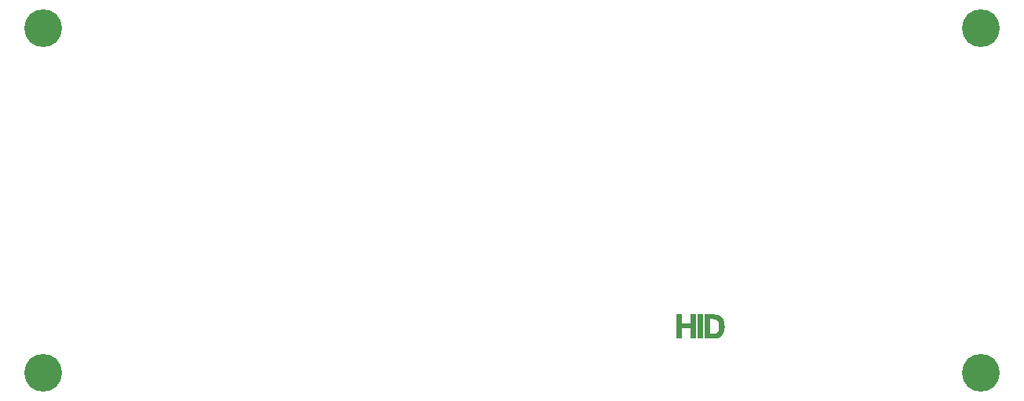
<source format=gbr>
%TF.GenerationSoftware,KiCad,Pcbnew,8.0.8*%
%TF.CreationDate,2025-02-26T19:39:56-05:00*%
%TF.ProjectId,MiniCamel_RearPlate,4d696e69-4361-46d6-956c-5f5265617250,rev?*%
%TF.SameCoordinates,Original*%
%TF.FileFunction,Soldermask,Top*%
%TF.FilePolarity,Negative*%
%FSLAX46Y46*%
G04 Gerber Fmt 4.6, Leading zero omitted, Abs format (unit mm)*
G04 Created by KiCad (PCBNEW 8.0.8) date 2025-02-26 19:39:56*
%MOMM*%
%LPD*%
G01*
G04 APERTURE LIST*
%ADD10C,0.070000*%
%ADD11C,4.064000*%
G04 APERTURE END LIST*
D10*
X150156197Y-103707603D02*
X151155748Y-103707603D01*
X151155748Y-102713222D01*
X151665864Y-102713222D01*
X151665864Y-105239674D01*
X151155748Y-105239674D01*
X151155748Y-104134997D01*
X150156197Y-104134997D01*
X150156197Y-105239674D01*
X149646081Y-105239674D01*
X149646081Y-102713222D01*
X150156197Y-102713222D01*
X150156197Y-103707603D01*
G36*
X150156197Y-103707603D02*
G01*
X151155748Y-103707603D01*
X151155748Y-102713222D01*
X151665864Y-102713222D01*
X151665864Y-105239674D01*
X151155748Y-105239674D01*
X151155748Y-104134997D01*
X150156197Y-104134997D01*
X150156197Y-105239674D01*
X149646081Y-105239674D01*
X149646081Y-102713222D01*
X150156197Y-102713222D01*
X150156197Y-103707603D01*
G37*
X153644450Y-102713976D02*
X153716265Y-102716238D01*
X153783396Y-102720008D01*
X153845841Y-102725286D01*
X153903600Y-102732072D01*
X153956675Y-102740365D01*
X154005063Y-102750167D01*
X154048767Y-102761477D01*
X154076307Y-102770060D01*
X154103349Y-102779437D01*
X154129893Y-102789609D01*
X154155938Y-102800576D01*
X154181486Y-102812336D01*
X154206535Y-102824891D01*
X154231086Y-102838241D01*
X154255140Y-102852384D01*
X154278694Y-102867322D01*
X154301751Y-102883055D01*
X154324310Y-102899581D01*
X154346370Y-102916902D01*
X154367933Y-102935018D01*
X154388997Y-102953928D01*
X154409563Y-102973632D01*
X154429631Y-102994130D01*
X154449153Y-103015322D01*
X154468083Y-103037107D01*
X154486421Y-103059483D01*
X154504166Y-103082453D01*
X154521319Y-103106014D01*
X154537879Y-103130168D01*
X154553847Y-103154915D01*
X154569223Y-103180254D01*
X154584006Y-103206185D01*
X154598197Y-103232709D01*
X154611795Y-103259825D01*
X154624801Y-103287533D01*
X154637215Y-103315834D01*
X154649036Y-103344727D01*
X154660265Y-103374213D01*
X154670901Y-103404291D01*
X154680918Y-103434894D01*
X154690289Y-103466386D01*
X154699014Y-103498766D01*
X154707092Y-103532035D01*
X154714524Y-103566193D01*
X154721310Y-103601239D01*
X154727449Y-103637174D01*
X154732943Y-103673997D01*
X154737790Y-103711709D01*
X154741990Y-103750310D01*
X154748453Y-103830177D01*
X154752331Y-103913599D01*
X154753623Y-104000575D01*
X154752411Y-104077211D01*
X154748776Y-104151154D01*
X154742717Y-104222405D01*
X154734235Y-104290962D01*
X154723330Y-104356827D01*
X154710000Y-104420000D01*
X154694248Y-104480479D01*
X154685463Y-104509709D01*
X154676072Y-104538266D01*
X154663907Y-104572323D01*
X154651110Y-104605558D01*
X154637680Y-104637972D01*
X154623617Y-104669564D01*
X154608921Y-104700336D01*
X154593593Y-104730286D01*
X154577631Y-104759415D01*
X154561037Y-104787722D01*
X154543810Y-104815209D01*
X154525951Y-104841874D01*
X154507458Y-104867717D01*
X154488333Y-104892740D01*
X154468575Y-104916941D01*
X154448184Y-104940321D01*
X154427160Y-104962879D01*
X154405503Y-104984616D01*
X154388553Y-105000551D01*
X154370875Y-105016041D01*
X154352470Y-105031087D01*
X154333338Y-105045688D01*
X154313479Y-105059846D01*
X154292893Y-105073559D01*
X154271579Y-105086827D01*
X154249539Y-105099651D01*
X154226772Y-105112031D01*
X154203278Y-105123967D01*
X154179056Y-105135458D01*
X154154108Y-105146505D01*
X154128432Y-105157108D01*
X154102030Y-105167267D01*
X154074900Y-105176981D01*
X154047043Y-105186251D01*
X154025488Y-105192720D01*
X154003044Y-105198773D01*
X153979711Y-105204407D01*
X153955490Y-105209625D01*
X153930380Y-105214425D01*
X153904382Y-105218807D01*
X153877494Y-105222772D01*
X153849719Y-105226320D01*
X153791501Y-105232163D01*
X153729729Y-105236337D01*
X153664403Y-105238841D01*
X153595522Y-105239676D01*
X152635608Y-105239676D01*
X152635608Y-104814004D01*
X153145724Y-104814004D01*
X153526588Y-104814004D01*
X153578154Y-104813627D01*
X153626004Y-104812496D01*
X153670139Y-104810611D01*
X153710557Y-104807972D01*
X153747259Y-104804579D01*
X153780245Y-104800433D01*
X153809516Y-104795532D01*
X153835070Y-104789878D01*
X153850412Y-104785832D01*
X153865418Y-104781449D01*
X153880086Y-104776730D01*
X153894419Y-104771675D01*
X153908414Y-104766282D01*
X153922073Y-104760554D01*
X153935396Y-104754488D01*
X153948382Y-104748086D01*
X153961031Y-104741348D01*
X153973343Y-104734273D01*
X153985319Y-104726861D01*
X153996959Y-104719113D01*
X154008262Y-104711028D01*
X154019228Y-104702606D01*
X154029858Y-104693848D01*
X154040151Y-104684754D01*
X154050370Y-104675120D01*
X154060346Y-104664746D01*
X154070081Y-104653632D01*
X154079573Y-104641777D01*
X154088822Y-104629181D01*
X154097829Y-104615845D01*
X154106594Y-104601769D01*
X154115117Y-104586952D01*
X154123397Y-104571395D01*
X154131435Y-104555097D01*
X154139230Y-104538059D01*
X154146784Y-104520280D01*
X154154094Y-104501760D01*
X154161163Y-104482501D01*
X154167989Y-104462500D01*
X154174573Y-104441760D01*
X154180833Y-104419955D01*
X154186690Y-104397195D01*
X154192143Y-104373478D01*
X154197192Y-104348806D01*
X154201837Y-104323178D01*
X154206078Y-104296593D01*
X154213349Y-104240557D01*
X154219003Y-104180697D01*
X154223042Y-104117013D01*
X154225466Y-104049506D01*
X154226274Y-103978174D01*
X154225466Y-103907059D01*
X154223042Y-103840198D01*
X154219003Y-103777591D01*
X154213349Y-103719239D01*
X154206078Y-103665142D01*
X154197192Y-103615299D01*
X154186690Y-103569710D01*
X154174573Y-103528376D01*
X154167949Y-103509042D01*
X154161001Y-103490246D01*
X154153731Y-103471989D01*
X154146137Y-103454271D01*
X154138221Y-103437091D01*
X154129981Y-103420450D01*
X154121418Y-103404347D01*
X154112532Y-103388783D01*
X154103323Y-103373757D01*
X154093790Y-103359270D01*
X154083935Y-103345322D01*
X154073756Y-103331912D01*
X154063254Y-103319040D01*
X154052430Y-103306708D01*
X154041282Y-103294913D01*
X154029810Y-103283658D01*
X154017983Y-103272894D01*
X154005764Y-103262574D01*
X153993155Y-103252698D01*
X153980156Y-103243267D01*
X153966766Y-103234280D01*
X153952986Y-103225737D01*
X153938816Y-103217639D01*
X153924255Y-103209984D01*
X153909303Y-103202775D01*
X153893961Y-103196009D01*
X153878229Y-103189688D01*
X153862106Y-103183811D01*
X153845592Y-103178378D01*
X153828688Y-103173390D01*
X153811394Y-103168845D01*
X153793709Y-103164746D01*
X153779552Y-103161824D01*
X153763793Y-103159091D01*
X153727468Y-103154190D01*
X153684733Y-103150043D01*
X153635591Y-103146651D01*
X153580039Y-103144012D01*
X153518079Y-103142127D01*
X153449710Y-103140996D01*
X153374932Y-103140619D01*
X153145724Y-103140617D01*
X153145724Y-104814004D01*
X152635608Y-104814004D01*
X152635608Y-103140617D01*
X152635608Y-102713222D01*
X153567948Y-102713222D01*
X153644450Y-102713976D01*
G36*
X153644450Y-102713976D02*
G01*
X153716265Y-102716238D01*
X153783396Y-102720008D01*
X153845841Y-102725286D01*
X153903600Y-102732072D01*
X153956675Y-102740365D01*
X154005063Y-102750167D01*
X154048767Y-102761477D01*
X154076307Y-102770060D01*
X154103349Y-102779437D01*
X154129893Y-102789609D01*
X154155938Y-102800576D01*
X154181486Y-102812336D01*
X154206535Y-102824891D01*
X154231086Y-102838241D01*
X154255140Y-102852384D01*
X154278694Y-102867322D01*
X154301751Y-102883055D01*
X154324310Y-102899581D01*
X154346370Y-102916902D01*
X154367933Y-102935018D01*
X154388997Y-102953928D01*
X154409563Y-102973632D01*
X154429631Y-102994130D01*
X154449153Y-103015322D01*
X154468083Y-103037107D01*
X154486421Y-103059483D01*
X154504166Y-103082453D01*
X154521319Y-103106014D01*
X154537879Y-103130168D01*
X154553847Y-103154915D01*
X154569223Y-103180254D01*
X154584006Y-103206185D01*
X154598197Y-103232709D01*
X154611795Y-103259825D01*
X154624801Y-103287533D01*
X154637215Y-103315834D01*
X154649036Y-103344727D01*
X154660265Y-103374213D01*
X154670901Y-103404291D01*
X154680918Y-103434894D01*
X154690289Y-103466386D01*
X154699014Y-103498766D01*
X154707092Y-103532035D01*
X154714524Y-103566193D01*
X154721310Y-103601239D01*
X154727449Y-103637174D01*
X154732943Y-103673997D01*
X154737790Y-103711709D01*
X154741990Y-103750310D01*
X154748453Y-103830177D01*
X154752331Y-103913599D01*
X154753623Y-104000575D01*
X154752411Y-104077211D01*
X154748776Y-104151154D01*
X154742717Y-104222405D01*
X154734235Y-104290962D01*
X154723330Y-104356827D01*
X154710000Y-104420000D01*
X154694248Y-104480479D01*
X154685463Y-104509709D01*
X154676072Y-104538266D01*
X154663907Y-104572323D01*
X154651110Y-104605558D01*
X154637680Y-104637972D01*
X154623617Y-104669564D01*
X154608921Y-104700336D01*
X154593593Y-104730286D01*
X154577631Y-104759415D01*
X154561037Y-104787722D01*
X154543810Y-104815209D01*
X154525951Y-104841874D01*
X154507458Y-104867717D01*
X154488333Y-104892740D01*
X154468575Y-104916941D01*
X154448184Y-104940321D01*
X154427160Y-104962879D01*
X154405503Y-104984616D01*
X154388553Y-105000551D01*
X154370875Y-105016041D01*
X154352470Y-105031087D01*
X154333338Y-105045688D01*
X154313479Y-105059846D01*
X154292893Y-105073559D01*
X154271579Y-105086827D01*
X154249539Y-105099651D01*
X154226772Y-105112031D01*
X154203278Y-105123967D01*
X154179056Y-105135458D01*
X154154108Y-105146505D01*
X154128432Y-105157108D01*
X154102030Y-105167267D01*
X154074900Y-105176981D01*
X154047043Y-105186251D01*
X154025488Y-105192720D01*
X154003044Y-105198773D01*
X153979711Y-105204407D01*
X153955490Y-105209625D01*
X153930380Y-105214425D01*
X153904382Y-105218807D01*
X153877494Y-105222772D01*
X153849719Y-105226320D01*
X153791501Y-105232163D01*
X153729729Y-105236337D01*
X153664403Y-105238841D01*
X153595522Y-105239676D01*
X152635608Y-105239676D01*
X152635608Y-104814004D01*
X153145724Y-104814004D01*
X153526588Y-104814004D01*
X153578154Y-104813627D01*
X153626004Y-104812496D01*
X153670139Y-104810611D01*
X153710557Y-104807972D01*
X153747259Y-104804579D01*
X153780245Y-104800433D01*
X153809516Y-104795532D01*
X153835070Y-104789878D01*
X153850412Y-104785832D01*
X153865418Y-104781449D01*
X153880086Y-104776730D01*
X153894419Y-104771675D01*
X153908414Y-104766282D01*
X153922073Y-104760554D01*
X153935396Y-104754488D01*
X153948382Y-104748086D01*
X153961031Y-104741348D01*
X153973343Y-104734273D01*
X153985319Y-104726861D01*
X153996959Y-104719113D01*
X154008262Y-104711028D01*
X154019228Y-104702606D01*
X154029858Y-104693848D01*
X154040151Y-104684754D01*
X154050370Y-104675120D01*
X154060346Y-104664746D01*
X154070081Y-104653632D01*
X154079573Y-104641777D01*
X154088822Y-104629181D01*
X154097829Y-104615845D01*
X154106594Y-104601769D01*
X154115117Y-104586952D01*
X154123397Y-104571395D01*
X154131435Y-104555097D01*
X154139230Y-104538059D01*
X154146784Y-104520280D01*
X154154094Y-104501760D01*
X154161163Y-104482501D01*
X154167989Y-104462500D01*
X154174573Y-104441760D01*
X154180833Y-104419955D01*
X154186690Y-104397195D01*
X154192143Y-104373478D01*
X154197192Y-104348806D01*
X154201837Y-104323178D01*
X154206078Y-104296593D01*
X154213349Y-104240557D01*
X154219003Y-104180697D01*
X154223042Y-104117013D01*
X154225466Y-104049506D01*
X154226274Y-103978174D01*
X154225466Y-103907059D01*
X154223042Y-103840198D01*
X154219003Y-103777591D01*
X154213349Y-103719239D01*
X154206078Y-103665142D01*
X154197192Y-103615299D01*
X154186690Y-103569710D01*
X154174573Y-103528376D01*
X154167949Y-103509042D01*
X154161001Y-103490246D01*
X154153731Y-103471989D01*
X154146137Y-103454271D01*
X154138221Y-103437091D01*
X154129981Y-103420450D01*
X154121418Y-103404347D01*
X154112532Y-103388783D01*
X154103323Y-103373757D01*
X154093790Y-103359270D01*
X154083935Y-103345322D01*
X154073756Y-103331912D01*
X154063254Y-103319040D01*
X154052430Y-103306708D01*
X154041282Y-103294913D01*
X154029810Y-103283658D01*
X154017983Y-103272894D01*
X154005764Y-103262574D01*
X153993155Y-103252698D01*
X153980156Y-103243267D01*
X153966766Y-103234280D01*
X153952986Y-103225737D01*
X153938816Y-103217639D01*
X153924255Y-103209984D01*
X153909303Y-103202775D01*
X153893961Y-103196009D01*
X153878229Y-103189688D01*
X153862106Y-103183811D01*
X153845592Y-103178378D01*
X153828688Y-103173390D01*
X153811394Y-103168845D01*
X153793709Y-103164746D01*
X153779552Y-103161824D01*
X153763793Y-103159091D01*
X153727468Y-103154190D01*
X153684733Y-103150043D01*
X153635591Y-103146651D01*
X153580039Y-103144012D01*
X153518079Y-103142127D01*
X153449710Y-103140996D01*
X153374932Y-103140619D01*
X153145724Y-103140617D01*
X153145724Y-104814004D01*
X152635608Y-104814004D01*
X152635608Y-103140617D01*
X152635608Y-102713222D01*
X153567948Y-102713222D01*
X153644450Y-102713976D01*
G37*
X152419581Y-105239674D02*
X151909465Y-105239674D01*
X151909465Y-102713222D01*
X152419581Y-102713222D01*
X152419581Y-105239674D01*
G36*
X152419581Y-105239674D02*
G01*
X151909465Y-105239674D01*
X151909465Y-102713222D01*
X152419581Y-102713222D01*
X152419581Y-105239674D01*
G37*
D11*
%TO.C,REF\u002A\u002A*%
X81310000Y-71791723D03*
X182460000Y-71791723D03*
X81310000Y-109010000D03*
X182460000Y-109010000D03*
%TD*%
M02*

</source>
